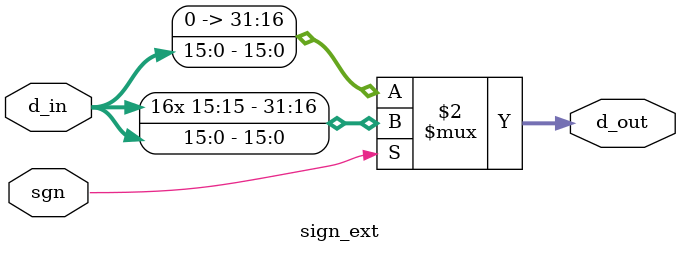
<source format=v>
module sign_ext (

    input sgn,
    input [15:0] d_in,
    
    output [31:0] d_out

);

    assign d_out = (sgn == 1'b1) ? {{16{d_in[15]}}, d_in} : {16'b0, d_in};

endmodule
</source>
